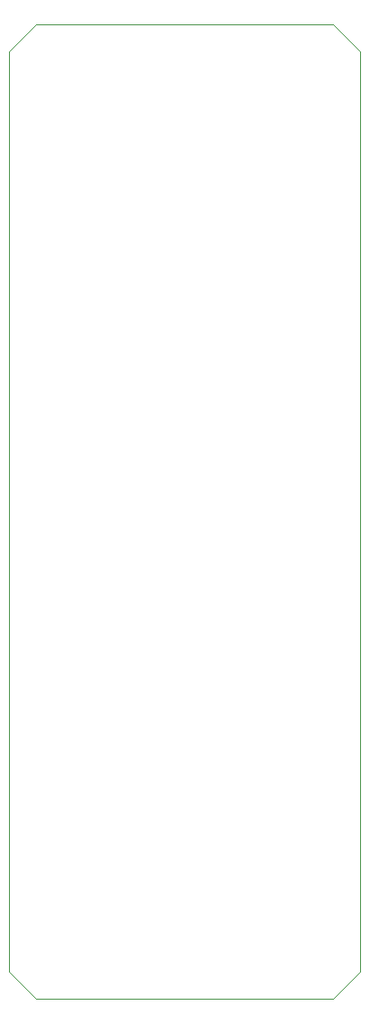
<source format=gbr>
G04 #@! TF.GenerationSoftware,KiCad,Pcbnew,9.99.0-unknown-d5f02ba7bc~182~ubuntu22.04.1*
G04 #@! TF.CreationDate,2025-03-17T15:10:37+01:00*
G04 #@! TF.ProjectId,rfid-reader,72666964-2d72-4656-9164-65722e6b6963,rev?*
G04 #@! TF.SameCoordinates,Original*
G04 #@! TF.FileFunction,Profile,NP*
%FSLAX46Y46*%
G04 Gerber Fmt 4.6, Leading zero omitted, Abs format (unit mm)*
G04 Created by KiCad (PCBNEW 9.99.0-unknown-d5f02ba7bc~182~ubuntu22.04.1) date 2025-03-17 15:10:37*
%MOMM*%
%LPD*%
G01*
G04 APERTURE LIST*
G04 #@! TA.AperFunction,Profile*
%ADD10C,0.100000*%
G04 #@! TD*
G04 APERTURE END LIST*
D10*
X109220000Y-63500000D02*
X109220000Y-149860000D01*
X106680000Y-60960000D02*
X109220000Y-63500000D01*
X76200000Y-149860000D02*
X76200000Y-63500000D01*
X78740000Y-60960000D02*
X106680000Y-60960000D01*
X106680000Y-152400000D02*
X78740000Y-152400000D01*
X78740000Y-152400000D02*
X76200000Y-149860000D01*
X109220000Y-149860000D02*
X106680000Y-152400000D01*
X76200000Y-63500000D02*
X78740000Y-60960000D01*
M02*

</source>
